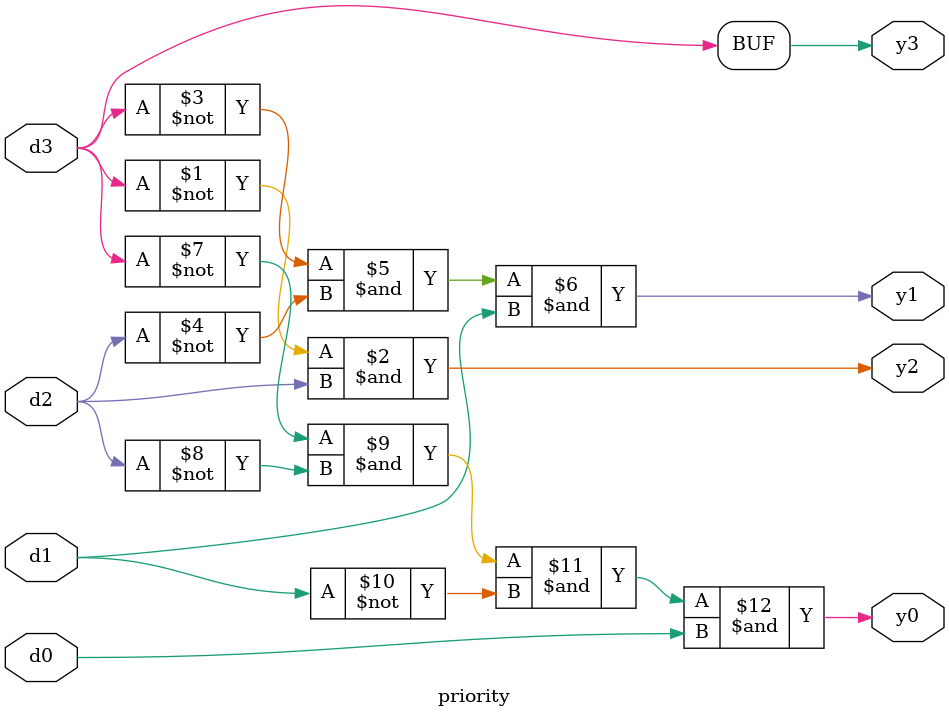
<source format=v>
module priority(input d0, d1, d2, d3,
                output  y0, y1, y2, y3);

    assign y3 = d3;
    assign y2 = (~d3 & d2);
    assign y1 = (~d3 & ~d2 & d1);
    assign y0 = (~d3 & ~d2 & ~d1 & d0);


endmodule
</source>
